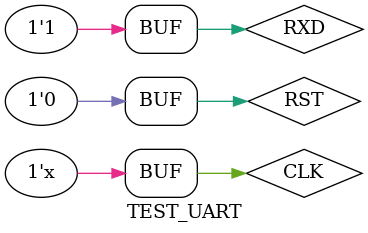
<source format=v>
`timescale 1ns / 1ps

module TEST_UART;

reg RXD;
reg CLK;
reg RST;


wire RX_DATA_en;
wire [9:0] RX_DATA_T;

CV_UART uart (
	.RXD(RXD), 
	.CLK(CLK), 
	.RST(RST), 
		
	.RX_DATA_EN(RX_DATA_en),
	.RX_DATA_T(RX_DATA_T)
);
	
wire RXD_RG;
wire UART_CE;
wire RXCT_R;
wire RX_CE;

CV_SYNCH synch
(
	.RXD(RXD),
	.CLK(CLK),
	.RST(RST),
		
	.RXD_RG(RXD_RG)
);

CV_DIVIDER divider
(
	.CLK(CLK),
	.RST(RST),
	
	.UART_CE(UART_CE)
);

RX_FSM rx_fsm
(
	.RXD_RG(RXD_RG),
	.CLK(CLK),
	.RST(RST),
	.RX_CE(RX_CE),
	
	.RXCT_R(RXCT_R),
	.RX_DATA_EN(RX_DATA_EN),
	.RX_DATA_T(RX_DATA_T)
);

RX_SAMPLE_COUNTER rx_samp_ct
(
	.UART_CE(UART_CE),
	.CLK(CLK),
	.RST(RST),
	.RXCT_R(RXCT_R),
		
	.RX_CE(RX_CE)
);
  
wire TX_CE;
wire TXCT_R;

TX_FSM tx_fsm
(
    .RST(RST),
    .CLK(CLK),
    .UART_CE(UART_CE),
    .TX_CE(TX_CE),
    .TX_RDY_T(TX_RDY_T),
    .TX_DATA_R(TX_DATA_R),
      
    .TX_RDY_R(TX_RDY_R),
    .TXD(TXD)
);
    
TX_SAMPLE_COUNTER tx_samp_ct
(
    .RST(RST),
    .CLK(CLK),
    .UART_CE(UART_CE),
    .TXCT_R(TXCT_R),
     
    .TX_CE(TX_CE)
);
        
always #1 CLK = ~CLK;
initial 
begin
	RXD = 1;
	CLK = 0;
	RST = 0;
	#3 RST = 1;
	#1 RST = 0;
	#2035 RXD = 0;
	#7070 RXD = 1;
	#11000 RXD = 0;
	#11000 RXD = 1;
	#11000 RXD = 1;
	#11000 RXD = 0;
	#11000 RXD = 0;
	#11000 RXD = 1;
	#11000 RXD = 1;
	#11000 RXD = 1;
end
      
endmodule


</source>
